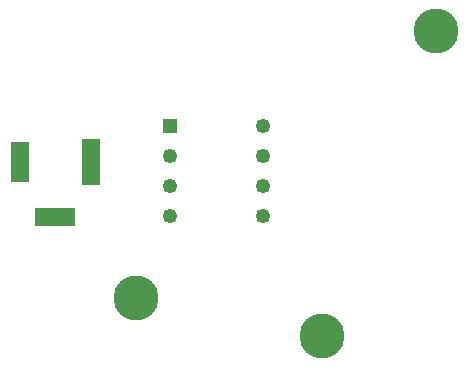
<source format=gbr>
G04*
G04 #@! TF.GenerationSoftware,Altium Limited,Altium Designer,24.8.2 (39)*
G04*
G04 Layer_Physical_Order=2*
G04 Layer_Color=16711680*
%FSLAX25Y25*%
%MOIN*%
G70*
G04*
G04 #@! TF.SameCoordinates,7DA90572-2472-42F9-BF80-4CDDFEAFDCCF*
G04*
G04*
G04 #@! TF.FilePolarity,Positive*
G04*
G01*
G75*
%ADD31C,0.04921*%
%ADD32R,0.04921X0.04921*%
%ADD38R,0.13780X0.05906*%
%ADD39R,0.05906X0.13780*%
%ADD40R,0.05906X0.15748*%
%ADD41C,0.15000*%
D31*
X399630Y401500D02*
D03*
Y391500D02*
D03*
Y381500D02*
D03*
Y371500D02*
D03*
X368370D02*
D03*
Y381500D02*
D03*
Y391500D02*
D03*
D32*
Y401500D02*
D03*
D38*
X330311Y370996D02*
D03*
D39*
X318500Y389500D02*
D03*
D40*
X342122D02*
D03*
D41*
X357000Y344000D02*
D03*
X419000Y331500D02*
D03*
X457000Y433000D02*
D03*
M02*

</source>
